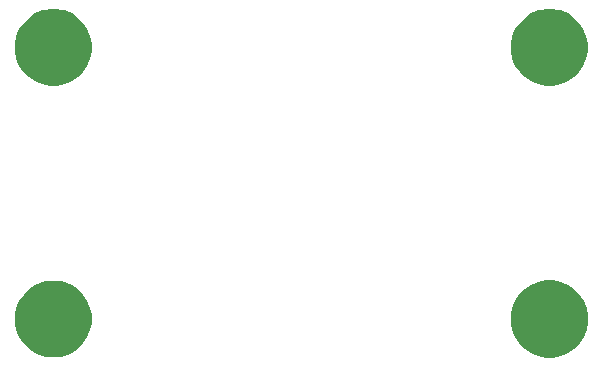
<source format=gbr>
G04 #@! TF.GenerationSoftware,KiCad,Pcbnew,(5.0.1)-rc2*
G04 #@! TF.CreationDate,2019-04-27T23:34:42+02:00*
G04 #@! TF.ProjectId,Noiseless Switching Supply,4E6F6973656C65737320537769746368,rev?*
G04 #@! TF.SameCoordinates,Original*
G04 #@! TF.FileFunction,Soldermask,Bot*
G04 #@! TF.FilePolarity,Negative*
%FSLAX46Y46*%
G04 Gerber Fmt 4.6, Leading zero omitted, Abs format (unit mm)*
G04 Created by KiCad (PCBNEW (5.0.1)-rc2) date 27-04-2019 23:34:42*
%MOMM*%
%LPD*%
G01*
G04 APERTURE LIST*
%ADD10C,0.100000*%
G04 APERTURE END LIST*
D10*
G36*
X170954113Y-113354702D02*
X170954115Y-113354703D01*
X170954116Y-113354703D01*
X171549400Y-113601277D01*
X172082724Y-113957633D01*
X172085144Y-113959250D01*
X172540750Y-114414856D01*
X172540752Y-114414859D01*
X172898723Y-114950600D01*
X173145297Y-115545884D01*
X173145298Y-115545887D01*
X173271000Y-116177833D01*
X173271000Y-116822167D01*
X173146458Y-117448282D01*
X173145297Y-117454116D01*
X172898723Y-118049400D01*
X172549271Y-118572392D01*
X172540750Y-118585144D01*
X172085144Y-119040750D01*
X172085141Y-119040752D01*
X171549400Y-119398723D01*
X170954116Y-119645297D01*
X170954115Y-119645297D01*
X170954113Y-119645298D01*
X170322167Y-119771000D01*
X169677833Y-119771000D01*
X169045887Y-119645298D01*
X169045885Y-119645297D01*
X169045884Y-119645297D01*
X168450600Y-119398723D01*
X167914859Y-119040752D01*
X167914856Y-119040750D01*
X167459250Y-118585144D01*
X167450729Y-118572392D01*
X167101277Y-118049400D01*
X166854703Y-117454116D01*
X166853543Y-117448282D01*
X166729000Y-116822167D01*
X166729000Y-116177833D01*
X166854702Y-115545887D01*
X166854703Y-115545884D01*
X167101277Y-114950600D01*
X167459248Y-114414859D01*
X167459250Y-114414856D01*
X167914856Y-113959250D01*
X167917276Y-113957633D01*
X168450600Y-113601277D01*
X169045884Y-113354703D01*
X169045885Y-113354703D01*
X169045887Y-113354702D01*
X169677833Y-113229000D01*
X170322167Y-113229000D01*
X170954113Y-113354702D01*
X170954113Y-113354702D01*
G37*
G36*
X128634239Y-113311467D02*
X128948282Y-113373934D01*
X129539926Y-113619001D01*
X130049141Y-113959248D01*
X130072395Y-113974786D01*
X130525214Y-114427605D01*
X130525216Y-114427608D01*
X130880999Y-114960074D01*
X131126066Y-115551718D01*
X131126066Y-115551719D01*
X131251000Y-116179803D01*
X131251000Y-116820197D01*
X131250608Y-116822167D01*
X131126066Y-117448282D01*
X130880999Y-118039926D01*
X130527615Y-118568802D01*
X130525214Y-118572395D01*
X130072395Y-119025214D01*
X130072392Y-119025216D01*
X129539926Y-119380999D01*
X128948282Y-119626066D01*
X128634239Y-119688533D01*
X128320197Y-119751000D01*
X127679803Y-119751000D01*
X127365761Y-119688533D01*
X127051718Y-119626066D01*
X126460074Y-119380999D01*
X125927608Y-119025216D01*
X125927605Y-119025214D01*
X125474786Y-118572395D01*
X125472385Y-118568802D01*
X125119001Y-118039926D01*
X124873934Y-117448282D01*
X124749392Y-116822167D01*
X124749000Y-116820197D01*
X124749000Y-116179803D01*
X124873934Y-115551719D01*
X124873934Y-115551718D01*
X125119001Y-114960074D01*
X125474784Y-114427608D01*
X125474786Y-114427605D01*
X125927605Y-113974786D01*
X125950859Y-113959248D01*
X126460074Y-113619001D01*
X127051718Y-113373934D01*
X127365761Y-113311467D01*
X127679803Y-113249000D01*
X128320197Y-113249000D01*
X128634239Y-113311467D01*
X128634239Y-113311467D01*
G37*
G36*
X170634239Y-90311467D02*
X170948282Y-90373934D01*
X171539926Y-90619001D01*
X172068802Y-90972385D01*
X172072395Y-90974786D01*
X172525214Y-91427605D01*
X172525216Y-91427608D01*
X172880999Y-91960074D01*
X173126066Y-92551718D01*
X173251000Y-93179804D01*
X173251000Y-93820196D01*
X173126066Y-94448282D01*
X172880999Y-95039926D01*
X172527615Y-95568802D01*
X172525214Y-95572395D01*
X172072395Y-96025214D01*
X172072392Y-96025216D01*
X171539926Y-96380999D01*
X170948282Y-96626066D01*
X170634239Y-96688533D01*
X170320197Y-96751000D01*
X169679803Y-96751000D01*
X169365761Y-96688533D01*
X169051718Y-96626066D01*
X168460074Y-96380999D01*
X167927608Y-96025216D01*
X167927605Y-96025214D01*
X167474786Y-95572395D01*
X167472385Y-95568802D01*
X167119001Y-95039926D01*
X166873934Y-94448282D01*
X166749000Y-93820196D01*
X166749000Y-93179804D01*
X166873934Y-92551718D01*
X167119001Y-91960074D01*
X167474784Y-91427608D01*
X167474786Y-91427605D01*
X167927605Y-90974786D01*
X167931198Y-90972385D01*
X168460074Y-90619001D01*
X169051718Y-90373934D01*
X169365761Y-90311467D01*
X169679803Y-90249000D01*
X170320197Y-90249000D01*
X170634239Y-90311467D01*
X170634239Y-90311467D01*
G37*
G36*
X128634239Y-90311467D02*
X128948282Y-90373934D01*
X129539926Y-90619001D01*
X130068802Y-90972385D01*
X130072395Y-90974786D01*
X130525214Y-91427605D01*
X130525216Y-91427608D01*
X130880999Y-91960074D01*
X131126066Y-92551718D01*
X131251000Y-93179804D01*
X131251000Y-93820196D01*
X131126066Y-94448282D01*
X130880999Y-95039926D01*
X130527615Y-95568802D01*
X130525214Y-95572395D01*
X130072395Y-96025214D01*
X130072392Y-96025216D01*
X129539926Y-96380999D01*
X128948282Y-96626066D01*
X128634239Y-96688533D01*
X128320197Y-96751000D01*
X127679803Y-96751000D01*
X127365761Y-96688533D01*
X127051718Y-96626066D01*
X126460074Y-96380999D01*
X125927608Y-96025216D01*
X125927605Y-96025214D01*
X125474786Y-95572395D01*
X125472385Y-95568802D01*
X125119001Y-95039926D01*
X124873934Y-94448282D01*
X124749000Y-93820196D01*
X124749000Y-93179804D01*
X124873934Y-92551718D01*
X125119001Y-91960074D01*
X125474784Y-91427608D01*
X125474786Y-91427605D01*
X125927605Y-90974786D01*
X125931198Y-90972385D01*
X126460074Y-90619001D01*
X127051718Y-90373934D01*
X127365761Y-90311467D01*
X127679803Y-90249000D01*
X128320197Y-90249000D01*
X128634239Y-90311467D01*
X128634239Y-90311467D01*
G37*
M02*

</source>
